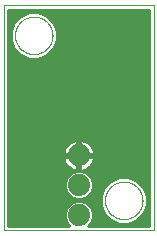
<source format=gbl>
G75*
%MOIN*%
%OFA0B0*%
%FSLAX25Y25*%
%IPPOS*%
%LPD*%
%AMOC8*
5,1,8,0,0,1.08239X$1,22.5*
%
%ADD10C,0.00000*%
%ADD11C,0.07400*%
%ADD12C,0.01000*%
D10*
X0001655Y0001500D02*
X0001655Y0076500D01*
X0051655Y0076500D01*
X0051655Y0001500D01*
X0001655Y0001500D01*
X0035405Y0011500D02*
X0035407Y0011658D01*
X0035413Y0011815D01*
X0035423Y0011973D01*
X0035437Y0012130D01*
X0035455Y0012286D01*
X0035476Y0012443D01*
X0035502Y0012598D01*
X0035532Y0012753D01*
X0035565Y0012907D01*
X0035603Y0013060D01*
X0035644Y0013213D01*
X0035689Y0013364D01*
X0035738Y0013514D01*
X0035791Y0013662D01*
X0035847Y0013810D01*
X0035908Y0013955D01*
X0035971Y0014100D01*
X0036039Y0014242D01*
X0036110Y0014383D01*
X0036184Y0014522D01*
X0036262Y0014659D01*
X0036344Y0014794D01*
X0036428Y0014927D01*
X0036517Y0015058D01*
X0036608Y0015186D01*
X0036703Y0015313D01*
X0036800Y0015436D01*
X0036901Y0015558D01*
X0037005Y0015676D01*
X0037112Y0015792D01*
X0037222Y0015905D01*
X0037334Y0016016D01*
X0037450Y0016123D01*
X0037568Y0016228D01*
X0037688Y0016330D01*
X0037811Y0016428D01*
X0037937Y0016524D01*
X0038065Y0016616D01*
X0038195Y0016705D01*
X0038327Y0016791D01*
X0038462Y0016873D01*
X0038599Y0016952D01*
X0038737Y0017027D01*
X0038877Y0017099D01*
X0039020Y0017167D01*
X0039163Y0017232D01*
X0039309Y0017293D01*
X0039456Y0017350D01*
X0039604Y0017404D01*
X0039754Y0017454D01*
X0039904Y0017500D01*
X0040056Y0017542D01*
X0040209Y0017581D01*
X0040363Y0017615D01*
X0040518Y0017646D01*
X0040673Y0017672D01*
X0040829Y0017695D01*
X0040986Y0017714D01*
X0041143Y0017729D01*
X0041300Y0017740D01*
X0041458Y0017747D01*
X0041616Y0017750D01*
X0041773Y0017749D01*
X0041931Y0017744D01*
X0042088Y0017735D01*
X0042246Y0017722D01*
X0042402Y0017705D01*
X0042559Y0017684D01*
X0042714Y0017660D01*
X0042869Y0017631D01*
X0043024Y0017598D01*
X0043177Y0017562D01*
X0043330Y0017521D01*
X0043481Y0017477D01*
X0043631Y0017429D01*
X0043780Y0017378D01*
X0043928Y0017322D01*
X0044074Y0017263D01*
X0044219Y0017200D01*
X0044362Y0017133D01*
X0044503Y0017063D01*
X0044642Y0016990D01*
X0044780Y0016913D01*
X0044916Y0016832D01*
X0045049Y0016748D01*
X0045180Y0016661D01*
X0045309Y0016570D01*
X0045436Y0016476D01*
X0045561Y0016379D01*
X0045682Y0016279D01*
X0045802Y0016176D01*
X0045918Y0016070D01*
X0046032Y0015961D01*
X0046144Y0015849D01*
X0046252Y0015735D01*
X0046357Y0015617D01*
X0046460Y0015497D01*
X0046559Y0015375D01*
X0046655Y0015250D01*
X0046748Y0015122D01*
X0046838Y0014993D01*
X0046924Y0014861D01*
X0047008Y0014727D01*
X0047087Y0014591D01*
X0047164Y0014453D01*
X0047236Y0014313D01*
X0047305Y0014171D01*
X0047371Y0014028D01*
X0047433Y0013883D01*
X0047491Y0013736D01*
X0047546Y0013588D01*
X0047597Y0013439D01*
X0047644Y0013288D01*
X0047687Y0013137D01*
X0047726Y0012984D01*
X0047762Y0012830D01*
X0047793Y0012676D01*
X0047821Y0012521D01*
X0047845Y0012365D01*
X0047865Y0012208D01*
X0047881Y0012051D01*
X0047893Y0011894D01*
X0047901Y0011737D01*
X0047905Y0011579D01*
X0047905Y0011421D01*
X0047901Y0011263D01*
X0047893Y0011106D01*
X0047881Y0010949D01*
X0047865Y0010792D01*
X0047845Y0010635D01*
X0047821Y0010479D01*
X0047793Y0010324D01*
X0047762Y0010170D01*
X0047726Y0010016D01*
X0047687Y0009863D01*
X0047644Y0009712D01*
X0047597Y0009561D01*
X0047546Y0009412D01*
X0047491Y0009264D01*
X0047433Y0009117D01*
X0047371Y0008972D01*
X0047305Y0008829D01*
X0047236Y0008687D01*
X0047164Y0008547D01*
X0047087Y0008409D01*
X0047008Y0008273D01*
X0046924Y0008139D01*
X0046838Y0008007D01*
X0046748Y0007878D01*
X0046655Y0007750D01*
X0046559Y0007625D01*
X0046460Y0007503D01*
X0046357Y0007383D01*
X0046252Y0007265D01*
X0046144Y0007151D01*
X0046032Y0007039D01*
X0045918Y0006930D01*
X0045802Y0006824D01*
X0045682Y0006721D01*
X0045561Y0006621D01*
X0045436Y0006524D01*
X0045309Y0006430D01*
X0045180Y0006339D01*
X0045049Y0006252D01*
X0044916Y0006168D01*
X0044780Y0006087D01*
X0044642Y0006010D01*
X0044503Y0005937D01*
X0044362Y0005867D01*
X0044219Y0005800D01*
X0044074Y0005737D01*
X0043928Y0005678D01*
X0043780Y0005622D01*
X0043631Y0005571D01*
X0043481Y0005523D01*
X0043330Y0005479D01*
X0043177Y0005438D01*
X0043024Y0005402D01*
X0042869Y0005369D01*
X0042714Y0005340D01*
X0042559Y0005316D01*
X0042402Y0005295D01*
X0042246Y0005278D01*
X0042088Y0005265D01*
X0041931Y0005256D01*
X0041773Y0005251D01*
X0041616Y0005250D01*
X0041458Y0005253D01*
X0041300Y0005260D01*
X0041143Y0005271D01*
X0040986Y0005286D01*
X0040829Y0005305D01*
X0040673Y0005328D01*
X0040518Y0005354D01*
X0040363Y0005385D01*
X0040209Y0005419D01*
X0040056Y0005458D01*
X0039904Y0005500D01*
X0039754Y0005546D01*
X0039604Y0005596D01*
X0039456Y0005650D01*
X0039309Y0005707D01*
X0039163Y0005768D01*
X0039020Y0005833D01*
X0038877Y0005901D01*
X0038737Y0005973D01*
X0038599Y0006048D01*
X0038462Y0006127D01*
X0038327Y0006209D01*
X0038195Y0006295D01*
X0038065Y0006384D01*
X0037937Y0006476D01*
X0037811Y0006572D01*
X0037688Y0006670D01*
X0037568Y0006772D01*
X0037450Y0006877D01*
X0037334Y0006984D01*
X0037222Y0007095D01*
X0037112Y0007208D01*
X0037005Y0007324D01*
X0036901Y0007442D01*
X0036800Y0007564D01*
X0036703Y0007687D01*
X0036608Y0007814D01*
X0036517Y0007942D01*
X0036428Y0008073D01*
X0036344Y0008206D01*
X0036262Y0008341D01*
X0036184Y0008478D01*
X0036110Y0008617D01*
X0036039Y0008758D01*
X0035971Y0008900D01*
X0035908Y0009045D01*
X0035847Y0009190D01*
X0035791Y0009338D01*
X0035738Y0009486D01*
X0035689Y0009636D01*
X0035644Y0009787D01*
X0035603Y0009940D01*
X0035565Y0010093D01*
X0035532Y0010247D01*
X0035502Y0010402D01*
X0035476Y0010557D01*
X0035455Y0010714D01*
X0035437Y0010870D01*
X0035423Y0011027D01*
X0035413Y0011185D01*
X0035407Y0011342D01*
X0035405Y0011500D01*
X0005405Y0066500D02*
X0005407Y0066658D01*
X0005413Y0066815D01*
X0005423Y0066973D01*
X0005437Y0067130D01*
X0005455Y0067286D01*
X0005476Y0067443D01*
X0005502Y0067598D01*
X0005532Y0067753D01*
X0005565Y0067907D01*
X0005603Y0068060D01*
X0005644Y0068213D01*
X0005689Y0068364D01*
X0005738Y0068514D01*
X0005791Y0068662D01*
X0005847Y0068810D01*
X0005908Y0068955D01*
X0005971Y0069100D01*
X0006039Y0069242D01*
X0006110Y0069383D01*
X0006184Y0069522D01*
X0006262Y0069659D01*
X0006344Y0069794D01*
X0006428Y0069927D01*
X0006517Y0070058D01*
X0006608Y0070186D01*
X0006703Y0070313D01*
X0006800Y0070436D01*
X0006901Y0070558D01*
X0007005Y0070676D01*
X0007112Y0070792D01*
X0007222Y0070905D01*
X0007334Y0071016D01*
X0007450Y0071123D01*
X0007568Y0071228D01*
X0007688Y0071330D01*
X0007811Y0071428D01*
X0007937Y0071524D01*
X0008065Y0071616D01*
X0008195Y0071705D01*
X0008327Y0071791D01*
X0008462Y0071873D01*
X0008599Y0071952D01*
X0008737Y0072027D01*
X0008877Y0072099D01*
X0009020Y0072167D01*
X0009163Y0072232D01*
X0009309Y0072293D01*
X0009456Y0072350D01*
X0009604Y0072404D01*
X0009754Y0072454D01*
X0009904Y0072500D01*
X0010056Y0072542D01*
X0010209Y0072581D01*
X0010363Y0072615D01*
X0010518Y0072646D01*
X0010673Y0072672D01*
X0010829Y0072695D01*
X0010986Y0072714D01*
X0011143Y0072729D01*
X0011300Y0072740D01*
X0011458Y0072747D01*
X0011616Y0072750D01*
X0011773Y0072749D01*
X0011931Y0072744D01*
X0012088Y0072735D01*
X0012246Y0072722D01*
X0012402Y0072705D01*
X0012559Y0072684D01*
X0012714Y0072660D01*
X0012869Y0072631D01*
X0013024Y0072598D01*
X0013177Y0072562D01*
X0013330Y0072521D01*
X0013481Y0072477D01*
X0013631Y0072429D01*
X0013780Y0072378D01*
X0013928Y0072322D01*
X0014074Y0072263D01*
X0014219Y0072200D01*
X0014362Y0072133D01*
X0014503Y0072063D01*
X0014642Y0071990D01*
X0014780Y0071913D01*
X0014916Y0071832D01*
X0015049Y0071748D01*
X0015180Y0071661D01*
X0015309Y0071570D01*
X0015436Y0071476D01*
X0015561Y0071379D01*
X0015682Y0071279D01*
X0015802Y0071176D01*
X0015918Y0071070D01*
X0016032Y0070961D01*
X0016144Y0070849D01*
X0016252Y0070735D01*
X0016357Y0070617D01*
X0016460Y0070497D01*
X0016559Y0070375D01*
X0016655Y0070250D01*
X0016748Y0070122D01*
X0016838Y0069993D01*
X0016924Y0069861D01*
X0017008Y0069727D01*
X0017087Y0069591D01*
X0017164Y0069453D01*
X0017236Y0069313D01*
X0017305Y0069171D01*
X0017371Y0069028D01*
X0017433Y0068883D01*
X0017491Y0068736D01*
X0017546Y0068588D01*
X0017597Y0068439D01*
X0017644Y0068288D01*
X0017687Y0068137D01*
X0017726Y0067984D01*
X0017762Y0067830D01*
X0017793Y0067676D01*
X0017821Y0067521D01*
X0017845Y0067365D01*
X0017865Y0067208D01*
X0017881Y0067051D01*
X0017893Y0066894D01*
X0017901Y0066737D01*
X0017905Y0066579D01*
X0017905Y0066421D01*
X0017901Y0066263D01*
X0017893Y0066106D01*
X0017881Y0065949D01*
X0017865Y0065792D01*
X0017845Y0065635D01*
X0017821Y0065479D01*
X0017793Y0065324D01*
X0017762Y0065170D01*
X0017726Y0065016D01*
X0017687Y0064863D01*
X0017644Y0064712D01*
X0017597Y0064561D01*
X0017546Y0064412D01*
X0017491Y0064264D01*
X0017433Y0064117D01*
X0017371Y0063972D01*
X0017305Y0063829D01*
X0017236Y0063687D01*
X0017164Y0063547D01*
X0017087Y0063409D01*
X0017008Y0063273D01*
X0016924Y0063139D01*
X0016838Y0063007D01*
X0016748Y0062878D01*
X0016655Y0062750D01*
X0016559Y0062625D01*
X0016460Y0062503D01*
X0016357Y0062383D01*
X0016252Y0062265D01*
X0016144Y0062151D01*
X0016032Y0062039D01*
X0015918Y0061930D01*
X0015802Y0061824D01*
X0015682Y0061721D01*
X0015561Y0061621D01*
X0015436Y0061524D01*
X0015309Y0061430D01*
X0015180Y0061339D01*
X0015049Y0061252D01*
X0014916Y0061168D01*
X0014780Y0061087D01*
X0014642Y0061010D01*
X0014503Y0060937D01*
X0014362Y0060867D01*
X0014219Y0060800D01*
X0014074Y0060737D01*
X0013928Y0060678D01*
X0013780Y0060622D01*
X0013631Y0060571D01*
X0013481Y0060523D01*
X0013330Y0060479D01*
X0013177Y0060438D01*
X0013024Y0060402D01*
X0012869Y0060369D01*
X0012714Y0060340D01*
X0012559Y0060316D01*
X0012402Y0060295D01*
X0012246Y0060278D01*
X0012088Y0060265D01*
X0011931Y0060256D01*
X0011773Y0060251D01*
X0011616Y0060250D01*
X0011458Y0060253D01*
X0011300Y0060260D01*
X0011143Y0060271D01*
X0010986Y0060286D01*
X0010829Y0060305D01*
X0010673Y0060328D01*
X0010518Y0060354D01*
X0010363Y0060385D01*
X0010209Y0060419D01*
X0010056Y0060458D01*
X0009904Y0060500D01*
X0009754Y0060546D01*
X0009604Y0060596D01*
X0009456Y0060650D01*
X0009309Y0060707D01*
X0009163Y0060768D01*
X0009020Y0060833D01*
X0008877Y0060901D01*
X0008737Y0060973D01*
X0008599Y0061048D01*
X0008462Y0061127D01*
X0008327Y0061209D01*
X0008195Y0061295D01*
X0008065Y0061384D01*
X0007937Y0061476D01*
X0007811Y0061572D01*
X0007688Y0061670D01*
X0007568Y0061772D01*
X0007450Y0061877D01*
X0007334Y0061984D01*
X0007222Y0062095D01*
X0007112Y0062208D01*
X0007005Y0062324D01*
X0006901Y0062442D01*
X0006800Y0062564D01*
X0006703Y0062687D01*
X0006608Y0062814D01*
X0006517Y0062942D01*
X0006428Y0063073D01*
X0006344Y0063206D01*
X0006262Y0063341D01*
X0006184Y0063478D01*
X0006110Y0063617D01*
X0006039Y0063758D01*
X0005971Y0063900D01*
X0005908Y0064045D01*
X0005847Y0064190D01*
X0005791Y0064338D01*
X0005738Y0064486D01*
X0005689Y0064636D01*
X0005644Y0064787D01*
X0005603Y0064940D01*
X0005565Y0065093D01*
X0005532Y0065247D01*
X0005502Y0065402D01*
X0005476Y0065557D01*
X0005455Y0065714D01*
X0005437Y0065870D01*
X0005423Y0066027D01*
X0005413Y0066185D01*
X0005407Y0066342D01*
X0005405Y0066500D01*
D11*
X0026655Y0026500D03*
X0026655Y0016500D03*
X0026655Y0006500D03*
D12*
X0023508Y0003000D02*
X0003155Y0003000D01*
X0003155Y0075000D01*
X0050155Y0075000D01*
X0050155Y0003000D01*
X0029802Y0003000D01*
X0030640Y0003838D01*
X0031355Y0005565D01*
X0031355Y0007435D01*
X0030640Y0009162D01*
X0029317Y0010484D01*
X0027590Y0011200D01*
X0025720Y0011200D01*
X0023993Y0010484D01*
X0022671Y0009162D01*
X0021955Y0007435D01*
X0021955Y0005565D01*
X0022671Y0003838D01*
X0023508Y0003000D01*
X0023011Y0003497D02*
X0003155Y0003497D01*
X0003155Y0004496D02*
X0022398Y0004496D01*
X0021984Y0005494D02*
X0003155Y0005494D01*
X0003155Y0006493D02*
X0021955Y0006493D01*
X0021978Y0007491D02*
X0003155Y0007491D01*
X0003155Y0008490D02*
X0022392Y0008490D01*
X0022996Y0009488D02*
X0003155Y0009488D01*
X0003155Y0010487D02*
X0023998Y0010487D01*
X0024070Y0012484D02*
X0003155Y0012484D01*
X0003155Y0013482D02*
X0023026Y0013482D01*
X0022671Y0013838D02*
X0023993Y0012516D01*
X0025720Y0011800D01*
X0027590Y0011800D01*
X0029317Y0012516D01*
X0030640Y0013838D01*
X0031355Y0015565D01*
X0031355Y0017435D01*
X0030640Y0019162D01*
X0029317Y0020484D01*
X0027590Y0021200D01*
X0025720Y0021200D01*
X0023993Y0020484D01*
X0022671Y0019162D01*
X0021955Y0017435D01*
X0021955Y0015565D01*
X0022671Y0013838D01*
X0022404Y0014481D02*
X0003155Y0014481D01*
X0003155Y0015479D02*
X0021991Y0015479D01*
X0021955Y0016478D02*
X0003155Y0016478D01*
X0003155Y0017476D02*
X0021972Y0017476D01*
X0022386Y0018475D02*
X0003155Y0018475D01*
X0003155Y0019473D02*
X0022981Y0019473D01*
X0023980Y0020472D02*
X0003155Y0020472D01*
X0003155Y0021470D02*
X0025308Y0021470D01*
X0025437Y0021428D02*
X0026155Y0021314D01*
X0026155Y0026000D01*
X0021469Y0026000D01*
X0021583Y0025282D01*
X0021836Y0024504D01*
X0022208Y0023775D01*
X0022689Y0023112D01*
X0023267Y0022534D01*
X0023930Y0022053D01*
X0024659Y0021681D01*
X0025437Y0021428D01*
X0026155Y0021470D02*
X0027155Y0021470D01*
X0027155Y0021314D02*
X0027873Y0021428D01*
X0028651Y0021681D01*
X0029380Y0022053D01*
X0030043Y0022534D01*
X0030621Y0023112D01*
X0031102Y0023775D01*
X0031474Y0024504D01*
X0031727Y0025282D01*
X0031841Y0026000D01*
X0027155Y0026000D01*
X0027155Y0021314D01*
X0027155Y0022469D02*
X0026155Y0022469D01*
X0026155Y0023467D02*
X0027155Y0023467D01*
X0027155Y0024466D02*
X0026155Y0024466D01*
X0026155Y0025464D02*
X0027155Y0025464D01*
X0027155Y0026000D02*
X0026155Y0026000D01*
X0026155Y0027000D01*
X0021469Y0027000D01*
X0021583Y0027718D01*
X0021836Y0028496D01*
X0022208Y0029225D01*
X0022689Y0029888D01*
X0023267Y0030466D01*
X0023930Y0030947D01*
X0024659Y0031319D01*
X0025437Y0031572D01*
X0026155Y0031686D01*
X0026155Y0027000D01*
X0027155Y0027000D01*
X0027155Y0031686D01*
X0027873Y0031572D01*
X0028651Y0031319D01*
X0029380Y0030947D01*
X0030043Y0030466D01*
X0030621Y0029888D01*
X0031102Y0029225D01*
X0031474Y0028496D01*
X0031727Y0027718D01*
X0031841Y0027000D01*
X0027155Y0027000D01*
X0027155Y0026000D01*
X0027155Y0026463D02*
X0050155Y0026463D01*
X0050155Y0025464D02*
X0031756Y0025464D01*
X0031455Y0024466D02*
X0050155Y0024466D01*
X0050155Y0023467D02*
X0030879Y0023467D01*
X0029953Y0022469D02*
X0050155Y0022469D01*
X0050155Y0021470D02*
X0028003Y0021470D01*
X0029330Y0020472D02*
X0050155Y0020472D01*
X0050155Y0019473D02*
X0030329Y0019473D01*
X0030924Y0018475D02*
X0038242Y0018475D01*
X0037265Y0018070D02*
X0035085Y0015890D01*
X0033905Y0013042D01*
X0033905Y0009958D01*
X0035085Y0007110D01*
X0037265Y0004930D01*
X0040113Y0003750D01*
X0043197Y0003750D01*
X0046045Y0004930D01*
X0048225Y0007110D01*
X0049405Y0009958D01*
X0049405Y0013042D01*
X0048225Y0015890D01*
X0046045Y0018070D01*
X0043197Y0019250D01*
X0040113Y0019250D01*
X0037265Y0018070D01*
X0036671Y0017476D02*
X0031338Y0017476D01*
X0031355Y0016478D02*
X0035673Y0016478D01*
X0034915Y0015479D02*
X0031319Y0015479D01*
X0030906Y0014481D02*
X0034501Y0014481D01*
X0034088Y0013482D02*
X0030284Y0013482D01*
X0029240Y0012484D02*
X0033905Y0012484D01*
X0033905Y0011485D02*
X0003155Y0011485D01*
X0003155Y0022469D02*
X0023357Y0022469D01*
X0022431Y0023467D02*
X0003155Y0023467D01*
X0003155Y0024466D02*
X0021855Y0024466D01*
X0021554Y0025464D02*
X0003155Y0025464D01*
X0003155Y0026463D02*
X0026155Y0026463D01*
X0026155Y0027461D02*
X0027155Y0027461D01*
X0027155Y0028460D02*
X0026155Y0028460D01*
X0026155Y0029458D02*
X0027155Y0029458D01*
X0027155Y0030457D02*
X0026155Y0030457D01*
X0026155Y0031455D02*
X0027155Y0031455D01*
X0028232Y0031455D02*
X0050155Y0031455D01*
X0050155Y0030457D02*
X0030052Y0030457D01*
X0030933Y0029458D02*
X0050155Y0029458D01*
X0050155Y0028460D02*
X0031486Y0028460D01*
X0031768Y0027461D02*
X0050155Y0027461D01*
X0050155Y0032454D02*
X0003155Y0032454D01*
X0003155Y0033452D02*
X0050155Y0033452D01*
X0050155Y0034451D02*
X0003155Y0034451D01*
X0003155Y0035449D02*
X0050155Y0035449D01*
X0050155Y0036448D02*
X0003155Y0036448D01*
X0003155Y0037446D02*
X0050155Y0037446D01*
X0050155Y0038445D02*
X0003155Y0038445D01*
X0003155Y0039443D02*
X0050155Y0039443D01*
X0050155Y0040442D02*
X0003155Y0040442D01*
X0003155Y0041440D02*
X0050155Y0041440D01*
X0050155Y0042439D02*
X0003155Y0042439D01*
X0003155Y0043437D02*
X0050155Y0043437D01*
X0050155Y0044436D02*
X0003155Y0044436D01*
X0003155Y0045434D02*
X0050155Y0045434D01*
X0050155Y0046433D02*
X0003155Y0046433D01*
X0003155Y0047432D02*
X0050155Y0047432D01*
X0050155Y0048430D02*
X0003155Y0048430D01*
X0003155Y0049429D02*
X0050155Y0049429D01*
X0050155Y0050427D02*
X0003155Y0050427D01*
X0003155Y0051426D02*
X0050155Y0051426D01*
X0050155Y0052424D02*
X0003155Y0052424D01*
X0003155Y0053423D02*
X0050155Y0053423D01*
X0050155Y0054421D02*
X0003155Y0054421D01*
X0003155Y0055420D02*
X0050155Y0055420D01*
X0050155Y0056418D02*
X0003155Y0056418D01*
X0003155Y0057417D02*
X0050155Y0057417D01*
X0050155Y0058415D02*
X0003155Y0058415D01*
X0003155Y0059414D02*
X0008511Y0059414D01*
X0007265Y0059930D02*
X0010113Y0058750D01*
X0013197Y0058750D01*
X0016045Y0059930D01*
X0018225Y0062110D01*
X0019405Y0064958D01*
X0019405Y0068042D01*
X0018225Y0070890D01*
X0016045Y0073070D01*
X0013197Y0074250D01*
X0010113Y0074250D01*
X0007265Y0073070D01*
X0005085Y0070890D01*
X0003905Y0068042D01*
X0003905Y0064958D01*
X0005085Y0062110D01*
X0007265Y0059930D01*
X0006783Y0060412D02*
X0003155Y0060412D01*
X0003155Y0061411D02*
X0005784Y0061411D01*
X0004961Y0062409D02*
X0003155Y0062409D01*
X0003155Y0063408D02*
X0004547Y0063408D01*
X0004134Y0064406D02*
X0003155Y0064406D01*
X0003155Y0065405D02*
X0003905Y0065405D01*
X0003905Y0066403D02*
X0003155Y0066403D01*
X0003155Y0067402D02*
X0003905Y0067402D01*
X0004054Y0068400D02*
X0003155Y0068400D01*
X0003155Y0069399D02*
X0004467Y0069399D01*
X0004881Y0070397D02*
X0003155Y0070397D01*
X0003155Y0071396D02*
X0005591Y0071396D01*
X0006589Y0072394D02*
X0003155Y0072394D01*
X0003155Y0073393D02*
X0008044Y0073393D01*
X0003155Y0074391D02*
X0050155Y0074391D01*
X0050155Y0073393D02*
X0015266Y0073393D01*
X0016721Y0072394D02*
X0050155Y0072394D01*
X0050155Y0071396D02*
X0017719Y0071396D01*
X0018429Y0070397D02*
X0050155Y0070397D01*
X0050155Y0069399D02*
X0018843Y0069399D01*
X0019256Y0068400D02*
X0050155Y0068400D01*
X0050155Y0067402D02*
X0019405Y0067402D01*
X0019405Y0066403D02*
X0050155Y0066403D01*
X0050155Y0065405D02*
X0019405Y0065405D01*
X0019176Y0064406D02*
X0050155Y0064406D01*
X0050155Y0063408D02*
X0018763Y0063408D01*
X0018349Y0062409D02*
X0050155Y0062409D01*
X0050155Y0061411D02*
X0017526Y0061411D01*
X0016527Y0060412D02*
X0050155Y0060412D01*
X0050155Y0059414D02*
X0014799Y0059414D01*
X0025078Y0031455D02*
X0003155Y0031455D01*
X0003155Y0030457D02*
X0023258Y0030457D01*
X0022377Y0029458D02*
X0003155Y0029458D01*
X0003155Y0028460D02*
X0021824Y0028460D01*
X0021542Y0027461D02*
X0003155Y0027461D01*
X0029312Y0010487D02*
X0033905Y0010487D01*
X0034100Y0009488D02*
X0030314Y0009488D01*
X0030918Y0008490D02*
X0034513Y0008490D01*
X0034927Y0007491D02*
X0031332Y0007491D01*
X0031355Y0006493D02*
X0035702Y0006493D01*
X0036701Y0005494D02*
X0031326Y0005494D01*
X0030912Y0004496D02*
X0038314Y0004496D01*
X0044997Y0004496D02*
X0050155Y0004496D01*
X0050155Y0003497D02*
X0030299Y0003497D01*
X0045068Y0018475D02*
X0050155Y0018475D01*
X0050155Y0017476D02*
X0046639Y0017476D01*
X0047638Y0016478D02*
X0050155Y0016478D01*
X0050155Y0015479D02*
X0048395Y0015479D01*
X0048809Y0014481D02*
X0050155Y0014481D01*
X0050155Y0013482D02*
X0049223Y0013482D01*
X0049405Y0012484D02*
X0050155Y0012484D01*
X0050155Y0011485D02*
X0049405Y0011485D01*
X0049405Y0010487D02*
X0050155Y0010487D01*
X0050155Y0009488D02*
X0049210Y0009488D01*
X0048797Y0008490D02*
X0050155Y0008490D01*
X0050155Y0007491D02*
X0048383Y0007491D01*
X0047608Y0006493D02*
X0050155Y0006493D01*
X0050155Y0005494D02*
X0046609Y0005494D01*
M02*

</source>
